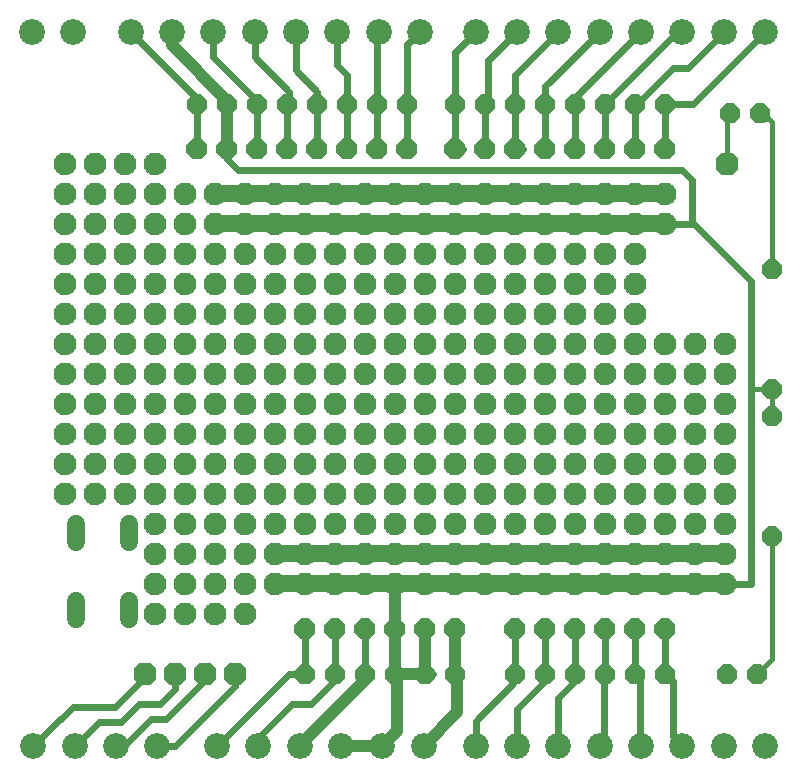
<source format=gbr>
G04 EAGLE Gerber RS-274X export*
G75*
%MOMM*%
%FSLAX34Y34*%
%LPD*%
%INTop Copper*%
%IPPOS*%
%AMOC8*
5,1,8,0,0,1.08239X$1,22.5*%
G01*
%ADD10P,1.814519X8X22.500000*%
%ADD11P,1.924489X8X112.500000*%
%ADD12P,1.924489X8X292.500000*%
%ADD13C,2.184400*%
%ADD14C,1.524000*%
%ADD15P,1.814519X8X112.500000*%
%ADD16P,1.814519X8X292.500000*%
%ADD17P,2.089446X8X22.500000*%
%ADD18C,0.609600*%
%ADD19C,1.930400*%
%ADD20C,1.016000*%
%ADD21C,0.406400*%

G36*
X640098Y399291D02*
X640098Y399291D01*
X640116Y399289D01*
X640298Y399310D01*
X640481Y399329D01*
X640498Y399334D01*
X640515Y399336D01*
X640690Y399393D01*
X640866Y399447D01*
X640881Y399455D01*
X640898Y399461D01*
X641058Y399551D01*
X641220Y399639D01*
X641233Y399650D01*
X641249Y399659D01*
X641388Y399779D01*
X641529Y399896D01*
X641540Y399910D01*
X641554Y399922D01*
X641666Y400067D01*
X641781Y400210D01*
X641789Y400226D01*
X641800Y400240D01*
X641882Y400405D01*
X641967Y400567D01*
X641972Y400584D01*
X641980Y400601D01*
X642027Y400779D01*
X642078Y400954D01*
X642080Y400972D01*
X642084Y400989D01*
X642111Y401320D01*
X642111Y411480D01*
X642110Y411496D01*
X642111Y411512D01*
X642111Y411513D01*
X642111Y411516D01*
X642090Y411698D01*
X642071Y411881D01*
X642066Y411898D01*
X642064Y411915D01*
X642007Y412090D01*
X641953Y412266D01*
X641945Y412281D01*
X641939Y412298D01*
X641849Y412458D01*
X641761Y412620D01*
X641750Y412633D01*
X641741Y412649D01*
X641621Y412788D01*
X641504Y412929D01*
X641490Y412940D01*
X641478Y412954D01*
X641333Y413066D01*
X641190Y413181D01*
X641174Y413189D01*
X641160Y413200D01*
X640995Y413282D01*
X640833Y413367D01*
X640816Y413372D01*
X640800Y413380D01*
X640621Y413427D01*
X640446Y413478D01*
X640428Y413480D01*
X640411Y413484D01*
X640080Y413511D01*
X254000Y413511D01*
X253982Y413509D01*
X253964Y413511D01*
X253782Y413490D01*
X253599Y413471D01*
X253582Y413466D01*
X253565Y413464D01*
X253390Y413407D01*
X253214Y413353D01*
X253199Y413345D01*
X253182Y413339D01*
X253022Y413249D01*
X252860Y413161D01*
X252847Y413150D01*
X252831Y413141D01*
X252692Y413021D01*
X252551Y412904D01*
X252540Y412890D01*
X252527Y412878D01*
X252414Y412733D01*
X252299Y412590D01*
X252291Y412574D01*
X252280Y412560D01*
X252198Y412395D01*
X252113Y412233D01*
X252108Y412216D01*
X252100Y412200D01*
X252053Y412021D01*
X252002Y411846D01*
X252000Y411828D01*
X251996Y411811D01*
X251969Y411480D01*
X251969Y401320D01*
X251971Y401302D01*
X251969Y401284D01*
X251990Y401102D01*
X252009Y400919D01*
X252014Y400902D01*
X252016Y400885D01*
X252073Y400710D01*
X252127Y400534D01*
X252135Y400519D01*
X252141Y400502D01*
X252231Y400342D01*
X252319Y400180D01*
X252330Y400167D01*
X252339Y400151D01*
X252459Y400012D01*
X252576Y399871D01*
X252590Y399860D01*
X252602Y399847D01*
X252747Y399734D01*
X252890Y399619D01*
X252906Y399611D01*
X252920Y399600D01*
X253085Y399518D01*
X253247Y399433D01*
X253264Y399428D01*
X253281Y399420D01*
X253459Y399373D01*
X253634Y399322D01*
X253652Y399320D01*
X253669Y399316D01*
X254000Y399289D01*
X640080Y399289D01*
X640098Y399291D01*
G37*
G36*
X690898Y94491D02*
X690898Y94491D01*
X690916Y94489D01*
X691098Y94510D01*
X691281Y94529D01*
X691298Y94534D01*
X691315Y94536D01*
X691490Y94593D01*
X691666Y94647D01*
X691681Y94655D01*
X691698Y94661D01*
X691858Y94751D01*
X692020Y94839D01*
X692033Y94850D01*
X692049Y94859D01*
X692188Y94979D01*
X692329Y95096D01*
X692340Y95110D01*
X692354Y95122D01*
X692466Y95267D01*
X692581Y95410D01*
X692589Y95426D01*
X692600Y95440D01*
X692682Y95605D01*
X692767Y95767D01*
X692772Y95784D01*
X692780Y95801D01*
X692827Y95979D01*
X692878Y96154D01*
X692880Y96172D01*
X692884Y96189D01*
X692911Y96520D01*
X692911Y106680D01*
X692910Y106696D01*
X692911Y106712D01*
X692911Y106713D01*
X692911Y106716D01*
X692890Y106898D01*
X692871Y107081D01*
X692866Y107098D01*
X692864Y107115D01*
X692807Y107290D01*
X692753Y107466D01*
X692745Y107481D01*
X692739Y107498D01*
X692649Y107658D01*
X692561Y107820D01*
X692550Y107833D01*
X692541Y107849D01*
X692421Y107988D01*
X692304Y108129D01*
X692290Y108140D01*
X692278Y108154D01*
X692133Y108266D01*
X691990Y108381D01*
X691974Y108389D01*
X691960Y108400D01*
X691795Y108482D01*
X691633Y108567D01*
X691616Y108572D01*
X691600Y108580D01*
X691421Y108627D01*
X691246Y108678D01*
X691228Y108680D01*
X691211Y108684D01*
X690880Y108711D01*
X304800Y108711D01*
X304782Y108709D01*
X304764Y108711D01*
X304582Y108690D01*
X304399Y108671D01*
X304382Y108666D01*
X304365Y108664D01*
X304190Y108607D01*
X304014Y108553D01*
X303999Y108545D01*
X303982Y108539D01*
X303822Y108449D01*
X303660Y108361D01*
X303647Y108350D01*
X303631Y108341D01*
X303492Y108221D01*
X303351Y108104D01*
X303340Y108090D01*
X303327Y108078D01*
X303214Y107933D01*
X303099Y107790D01*
X303091Y107774D01*
X303080Y107760D01*
X302998Y107595D01*
X302913Y107433D01*
X302908Y107416D01*
X302900Y107400D01*
X302853Y107221D01*
X302802Y107046D01*
X302800Y107028D01*
X302796Y107011D01*
X302769Y106680D01*
X302769Y96520D01*
X302771Y96502D01*
X302769Y96484D01*
X302790Y96302D01*
X302809Y96119D01*
X302814Y96102D01*
X302816Y96085D01*
X302873Y95910D01*
X302927Y95734D01*
X302935Y95719D01*
X302941Y95702D01*
X303031Y95542D01*
X303119Y95380D01*
X303130Y95367D01*
X303139Y95351D01*
X303259Y95212D01*
X303376Y95071D01*
X303390Y95060D01*
X303402Y95047D01*
X303547Y94934D01*
X303690Y94819D01*
X303706Y94811D01*
X303720Y94800D01*
X303885Y94718D01*
X304047Y94633D01*
X304064Y94628D01*
X304081Y94620D01*
X304259Y94573D01*
X304434Y94522D01*
X304452Y94520D01*
X304469Y94516D01*
X304800Y94489D01*
X690880Y94489D01*
X690898Y94491D01*
G37*
G36*
X635018Y424691D02*
X635018Y424691D01*
X635036Y424689D01*
X635218Y424710D01*
X635401Y424729D01*
X635418Y424734D01*
X635435Y424736D01*
X635610Y424793D01*
X635786Y424847D01*
X635801Y424855D01*
X635818Y424861D01*
X635978Y424951D01*
X636140Y425039D01*
X636153Y425050D01*
X636169Y425059D01*
X636308Y425179D01*
X636449Y425296D01*
X636460Y425310D01*
X636474Y425322D01*
X636586Y425467D01*
X636701Y425610D01*
X636709Y425626D01*
X636720Y425640D01*
X636802Y425805D01*
X636887Y425967D01*
X636892Y425984D01*
X636900Y426001D01*
X636947Y426179D01*
X636998Y426354D01*
X637000Y426372D01*
X637004Y426389D01*
X637031Y426720D01*
X637031Y436880D01*
X637030Y436896D01*
X637031Y436912D01*
X637031Y436913D01*
X637031Y436916D01*
X637010Y437098D01*
X636991Y437281D01*
X636986Y437298D01*
X636984Y437315D01*
X636927Y437490D01*
X636873Y437666D01*
X636865Y437681D01*
X636859Y437698D01*
X636769Y437858D01*
X636681Y438020D01*
X636670Y438033D01*
X636661Y438049D01*
X636541Y438188D01*
X636424Y438329D01*
X636410Y438340D01*
X636398Y438354D01*
X636253Y438466D01*
X636110Y438581D01*
X636094Y438589D01*
X636080Y438600D01*
X635915Y438682D01*
X635753Y438767D01*
X635736Y438772D01*
X635720Y438780D01*
X635541Y438827D01*
X635366Y438878D01*
X635348Y438880D01*
X635331Y438884D01*
X635000Y438911D01*
X251460Y438911D01*
X251442Y438909D01*
X251424Y438911D01*
X251242Y438890D01*
X251059Y438871D01*
X251042Y438866D01*
X251025Y438864D01*
X250850Y438807D01*
X250674Y438753D01*
X250659Y438745D01*
X250642Y438739D01*
X250482Y438649D01*
X250320Y438561D01*
X250307Y438550D01*
X250291Y438541D01*
X250152Y438421D01*
X250011Y438304D01*
X250000Y438290D01*
X249987Y438278D01*
X249874Y438133D01*
X249759Y437990D01*
X249751Y437974D01*
X249740Y437960D01*
X249658Y437795D01*
X249573Y437633D01*
X249568Y437616D01*
X249560Y437600D01*
X249513Y437421D01*
X249462Y437246D01*
X249460Y437228D01*
X249456Y437211D01*
X249429Y436880D01*
X249429Y426720D01*
X249431Y426702D01*
X249429Y426684D01*
X249450Y426502D01*
X249469Y426319D01*
X249474Y426302D01*
X249476Y426285D01*
X249533Y426110D01*
X249587Y425934D01*
X249595Y425919D01*
X249601Y425902D01*
X249691Y425742D01*
X249779Y425580D01*
X249790Y425567D01*
X249799Y425551D01*
X249919Y425412D01*
X250036Y425271D01*
X250050Y425260D01*
X250062Y425247D01*
X250207Y425134D01*
X250350Y425019D01*
X250366Y425011D01*
X250380Y425000D01*
X250545Y424918D01*
X250707Y424833D01*
X250724Y424828D01*
X250741Y424820D01*
X250919Y424773D01*
X251094Y424722D01*
X251112Y424720D01*
X251129Y424716D01*
X251460Y424689D01*
X635000Y424689D01*
X635018Y424691D01*
G37*
G36*
X685818Y119891D02*
X685818Y119891D01*
X685836Y119889D01*
X686018Y119910D01*
X686201Y119929D01*
X686218Y119934D01*
X686235Y119936D01*
X686410Y119993D01*
X686586Y120047D01*
X686601Y120055D01*
X686618Y120061D01*
X686778Y120151D01*
X686940Y120239D01*
X686953Y120250D01*
X686969Y120259D01*
X687108Y120379D01*
X687249Y120496D01*
X687260Y120510D01*
X687274Y120522D01*
X687386Y120667D01*
X687501Y120810D01*
X687509Y120826D01*
X687520Y120840D01*
X687602Y121005D01*
X687687Y121167D01*
X687692Y121184D01*
X687700Y121201D01*
X687747Y121379D01*
X687798Y121554D01*
X687800Y121572D01*
X687804Y121589D01*
X687831Y121920D01*
X687831Y132080D01*
X687830Y132096D01*
X687831Y132112D01*
X687831Y132113D01*
X687831Y132116D01*
X687810Y132298D01*
X687791Y132481D01*
X687786Y132498D01*
X687784Y132515D01*
X687727Y132690D01*
X687673Y132866D01*
X687665Y132881D01*
X687659Y132898D01*
X687569Y133058D01*
X687481Y133220D01*
X687470Y133233D01*
X687461Y133249D01*
X687341Y133388D01*
X687224Y133529D01*
X687210Y133540D01*
X687198Y133554D01*
X687053Y133666D01*
X686910Y133781D01*
X686894Y133789D01*
X686880Y133800D01*
X686715Y133882D01*
X686553Y133967D01*
X686536Y133972D01*
X686520Y133980D01*
X686341Y134027D01*
X686166Y134078D01*
X686148Y134080D01*
X686131Y134084D01*
X685800Y134111D01*
X302260Y134111D01*
X302242Y134109D01*
X302224Y134111D01*
X302042Y134090D01*
X301859Y134071D01*
X301842Y134066D01*
X301825Y134064D01*
X301650Y134007D01*
X301474Y133953D01*
X301459Y133945D01*
X301442Y133939D01*
X301282Y133849D01*
X301120Y133761D01*
X301107Y133750D01*
X301091Y133741D01*
X300952Y133621D01*
X300811Y133504D01*
X300800Y133490D01*
X300787Y133478D01*
X300674Y133333D01*
X300559Y133190D01*
X300551Y133174D01*
X300540Y133160D01*
X300458Y132995D01*
X300373Y132833D01*
X300368Y132816D01*
X300360Y132800D01*
X300313Y132621D01*
X300262Y132446D01*
X300260Y132428D01*
X300256Y132411D01*
X300229Y132080D01*
X300229Y121920D01*
X300231Y121902D01*
X300229Y121884D01*
X300250Y121702D01*
X300269Y121519D01*
X300274Y121502D01*
X300276Y121485D01*
X300333Y121310D01*
X300387Y121134D01*
X300395Y121119D01*
X300401Y121102D01*
X300491Y120942D01*
X300579Y120780D01*
X300590Y120767D01*
X300599Y120751D01*
X300719Y120612D01*
X300836Y120471D01*
X300850Y120460D01*
X300862Y120447D01*
X301007Y120334D01*
X301150Y120219D01*
X301166Y120211D01*
X301180Y120200D01*
X301345Y120118D01*
X301507Y120033D01*
X301524Y120028D01*
X301541Y120020D01*
X301719Y119973D01*
X301894Y119922D01*
X301912Y119920D01*
X301929Y119916D01*
X302260Y119889D01*
X685800Y119889D01*
X685818Y119891D01*
G37*
D10*
X533400Y508000D03*
X508000Y25400D03*
X558800Y508000D03*
X584200Y508000D03*
X609600Y508000D03*
X635000Y508000D03*
X508000Y508000D03*
X482600Y508000D03*
X457200Y508000D03*
X416560Y508000D03*
X391160Y508000D03*
X365760Y508000D03*
X340360Y508000D03*
X314960Y508000D03*
X289560Y508000D03*
X264160Y508000D03*
X238760Y508000D03*
X533400Y25400D03*
X558800Y25400D03*
X584200Y25400D03*
X609600Y25400D03*
X635000Y25400D03*
X457200Y25400D03*
X431800Y25400D03*
X406400Y25400D03*
X381000Y25400D03*
X355600Y25400D03*
X330200Y25400D03*
D11*
X457200Y469900D03*
X482600Y469900D03*
X508000Y469900D03*
X533400Y469900D03*
X558800Y469900D03*
X584200Y469900D03*
X609600Y469900D03*
X635000Y469900D03*
X238760Y469900D03*
X264160Y469900D03*
X289560Y469900D03*
X314960Y469900D03*
X340360Y469900D03*
X365760Y469900D03*
X391160Y469900D03*
X416560Y469900D03*
D12*
X457200Y63500D03*
X431800Y63500D03*
X406400Y63500D03*
X381000Y63500D03*
X355600Y63500D03*
X330200Y63500D03*
X635000Y63500D03*
X609600Y63500D03*
X584200Y63500D03*
X558800Y63500D03*
X533400Y63500D03*
X508000Y63500D03*
D13*
X395400Y-35560D03*
X360400Y-35560D03*
X325400Y-35560D03*
X290400Y-35560D03*
X255400Y-35560D03*
X430400Y-35560D03*
X614400Y-35560D03*
X579400Y-35560D03*
X544400Y-35560D03*
X509400Y-35560D03*
X474400Y-35560D03*
X649400Y-35560D03*
X684400Y-35560D03*
X719400Y-35560D03*
X204900Y-35560D03*
X169900Y-35560D03*
X134900Y-35560D03*
X99900Y-35560D03*
X98840Y568960D03*
X133840Y568960D03*
X579400Y568960D03*
X614400Y568960D03*
X649400Y568960D03*
X684400Y568960D03*
X719400Y568960D03*
X544400Y568960D03*
X509400Y568960D03*
X474400Y568960D03*
X287300Y568960D03*
X322300Y568960D03*
X357300Y568960D03*
X392300Y568960D03*
X427300Y568960D03*
X252300Y568960D03*
X217300Y568960D03*
X182300Y568960D03*
D14*
X136144Y86868D02*
X136144Y71628D01*
X181356Y71628D02*
X181356Y86868D01*
X136144Y136652D02*
X136144Y151892D01*
X181356Y151892D02*
X181356Y136652D01*
D10*
X689610Y500380D03*
X715010Y500380D03*
D15*
X725170Y266700D03*
X725170Y368300D03*
D16*
X725170Y243840D03*
X725170Y142240D03*
D10*
X687070Y25400D03*
X712470Y25400D03*
D17*
X687070Y457200D03*
X270510Y25400D03*
X245110Y25400D03*
X219710Y25400D03*
X194310Y25400D03*
D18*
X457200Y469900D02*
X457200Y508000D01*
X457200Y469900D02*
X463550Y469900D01*
X457200Y551760D02*
X474400Y568960D01*
X457200Y551760D02*
X457200Y508000D01*
X482600Y508000D02*
X485140Y510540D01*
X485140Y544700D02*
X509400Y568960D01*
X485140Y544700D02*
X485140Y510540D01*
X482600Y508000D02*
X482600Y469900D01*
X508000Y469900D02*
X508000Y508000D01*
X508000Y469900D02*
X514350Y469900D01*
X508000Y532560D02*
X544400Y568960D01*
X508000Y532560D02*
X508000Y508000D01*
X533400Y508000D02*
X533400Y469900D01*
X533400Y522960D02*
X579400Y568960D01*
X533400Y522960D02*
X533400Y508000D01*
X558800Y508000D02*
X558800Y469900D01*
X558800Y513360D02*
X614400Y568960D01*
X558800Y513360D02*
X558800Y508000D01*
X588010Y507570D02*
X588010Y505460D01*
X584200Y508000D02*
X584200Y469900D01*
X582930Y506730D02*
X584200Y508000D01*
X645160Y568960D02*
X649400Y568960D01*
X645160Y568960D02*
X584200Y508000D01*
X582930Y508000D01*
X583360Y507570D02*
X588010Y507570D01*
X583360Y507570D02*
X582930Y508000D01*
X653920Y538480D02*
X684400Y568960D01*
X653920Y538480D02*
X641350Y538480D01*
X609600Y508000D02*
X609600Y469900D01*
X610870Y508000D02*
X641350Y538480D01*
X610870Y508000D02*
X609600Y508000D01*
X610870Y508000D02*
X613410Y505460D01*
X658440Y508000D02*
X719400Y568960D01*
X658440Y508000D02*
X635000Y508000D01*
X635000Y469900D01*
X242570Y508000D02*
X238760Y508000D01*
X182300Y568270D02*
X182300Y568960D01*
X182300Y568270D02*
X242570Y508000D01*
X238760Y508000D02*
X238760Y469900D01*
X289560Y469900D02*
X289560Y508000D01*
X289560Y510540D01*
X252300Y547800D02*
X252300Y568960D01*
X252300Y547800D02*
X289560Y510540D01*
X287300Y547090D02*
X287300Y568960D01*
X287300Y547090D02*
X316230Y518160D01*
X316230Y508000D02*
X314960Y508000D01*
X316230Y508000D02*
X316230Y518160D01*
X314960Y508000D02*
X314960Y469900D01*
X340360Y469900D02*
X340360Y508000D01*
X322300Y536220D02*
X322300Y568960D01*
X322300Y536220D02*
X340360Y518160D01*
X340360Y508000D01*
X357300Y540590D02*
X357300Y568960D01*
X365760Y508000D02*
X365760Y469900D01*
X365760Y532130D02*
X357300Y540590D01*
X365760Y532130D02*
X365760Y508000D01*
X391160Y508000D02*
X391160Y469900D01*
X391160Y567820D02*
X392300Y568960D01*
X391160Y567820D02*
X391160Y508000D01*
X416560Y508000D02*
X416560Y469900D01*
X416560Y558220D02*
X427300Y568960D01*
X416560Y558220D02*
X416560Y508000D01*
X635000Y25400D02*
X641350Y19050D01*
X641350Y-27510D02*
X649400Y-35560D01*
X641350Y-27510D02*
X641350Y19050D01*
X635000Y25400D02*
X635000Y63500D01*
X609600Y25400D02*
X613410Y21590D01*
X614400Y-35560D02*
X613410Y-36550D01*
X613410Y21590D01*
X609600Y25400D02*
X609600Y63500D01*
X584200Y25400D02*
X582930Y24130D01*
X582930Y-32030D02*
X579400Y-35560D01*
X582930Y-32030D02*
X582930Y24130D01*
X584200Y25400D02*
X584200Y63500D01*
X558800Y25400D02*
X558800Y19050D01*
X544400Y4650D02*
X544400Y-35560D01*
X544400Y4650D02*
X558800Y19050D01*
X558800Y25400D02*
X558800Y63500D01*
X533400Y25400D02*
X533400Y19050D01*
X509400Y-4950D02*
X509400Y-35560D01*
X509400Y-4950D02*
X533400Y19050D01*
X533400Y25400D02*
X533400Y63500D01*
X474400Y-14550D02*
X474400Y-35560D01*
X508000Y25400D02*
X508000Y63500D01*
X508000Y19050D02*
X474400Y-14550D01*
X508000Y19050D02*
X508000Y25400D01*
X330200Y25400D02*
X330200Y63500D01*
X316360Y25400D02*
X255400Y-35560D01*
X316360Y25400D02*
X330200Y25400D01*
D19*
X228600Y406400D03*
X254000Y381000D03*
X228600Y381000D03*
X279400Y381000D03*
X304800Y381000D03*
X330200Y381000D03*
X355600Y381000D03*
X381000Y381000D03*
X406400Y381000D03*
X431800Y381000D03*
X457200Y381000D03*
X482600Y381000D03*
X508000Y381000D03*
X558800Y381000D03*
X533400Y381000D03*
X584200Y381000D03*
X609600Y381000D03*
X635000Y304800D03*
X635000Y279400D03*
X635000Y254000D03*
X635000Y228600D03*
X635000Y203200D03*
X635000Y177800D03*
X635000Y152400D03*
X609600Y152400D03*
X609600Y177800D03*
X609600Y203200D03*
X609600Y228600D03*
X609600Y254000D03*
X609600Y279400D03*
X609600Y304800D03*
X609600Y330200D03*
X609600Y355600D03*
X584200Y355600D03*
X584200Y330200D03*
X584200Y304800D03*
X584200Y254000D03*
X584200Y279400D03*
X584200Y228600D03*
X584200Y203200D03*
X584200Y177800D03*
X584200Y152400D03*
X533400Y152400D03*
X558800Y152400D03*
X558800Y177800D03*
X533400Y177800D03*
X533400Y203200D03*
X558800Y203200D03*
X558800Y228600D03*
X533400Y228600D03*
X533400Y254000D03*
X558800Y254000D03*
X558800Y279400D03*
X533400Y279400D03*
X533400Y304800D03*
X558800Y304800D03*
X558800Y330200D03*
X533400Y330200D03*
X533400Y355600D03*
X558800Y355600D03*
X508000Y355600D03*
X508000Y304800D03*
X508000Y330200D03*
X508000Y279400D03*
X508000Y254000D03*
X508000Y228600D03*
X508000Y203200D03*
X508000Y177800D03*
X508000Y152400D03*
X482600Y330200D03*
X482600Y355600D03*
X482600Y304800D03*
X482600Y279400D03*
X482600Y254000D03*
X482600Y228600D03*
X482600Y203200D03*
X482600Y177800D03*
X482600Y152400D03*
X457200Y152400D03*
X457200Y177800D03*
X457200Y203200D03*
X457200Y228600D03*
X457200Y254000D03*
X457200Y279400D03*
X457200Y304800D03*
X457200Y330200D03*
X457200Y355600D03*
X431800Y355600D03*
X431800Y330200D03*
X431800Y304800D03*
X431800Y279400D03*
X431800Y254000D03*
X431800Y228600D03*
X431800Y203200D03*
X431800Y177800D03*
X431800Y152400D03*
X381000Y152400D03*
X406400Y152400D03*
X406400Y177800D03*
X381000Y177800D03*
X381000Y203200D03*
X406400Y203200D03*
X406400Y228600D03*
X381000Y254000D03*
X381000Y279400D03*
X406400Y304800D03*
X381000Y304800D03*
X381000Y330200D03*
X406400Y355600D03*
X381000Y355600D03*
X406400Y330200D03*
X406400Y279400D03*
X381000Y228600D03*
X406400Y254000D03*
X355600Y152400D03*
X355600Y177800D03*
X355600Y355600D03*
X355600Y330200D03*
X355600Y304800D03*
X355600Y279400D03*
X355600Y254000D03*
X355600Y203200D03*
X355600Y228600D03*
X330200Y228600D03*
X330200Y355600D03*
X330200Y304800D03*
X330200Y330200D03*
X330200Y279400D03*
X330200Y254000D03*
X330200Y203200D03*
X330200Y177800D03*
X330200Y152400D03*
X304800Y152400D03*
X304800Y177800D03*
X304800Y203200D03*
X304800Y228600D03*
X304800Y279400D03*
X304800Y304800D03*
X304800Y330200D03*
X304800Y355600D03*
X304800Y254000D03*
X279400Y330200D03*
X279400Y355600D03*
X279400Y304800D03*
X279400Y279400D03*
X279400Y254000D03*
X279400Y228600D03*
X279400Y203200D03*
X279400Y177800D03*
X279400Y152400D03*
X279400Y127000D03*
X254000Y127000D03*
X254000Y152400D03*
X254000Y177800D03*
X254000Y203200D03*
X254000Y254000D03*
X254000Y279400D03*
X254000Y304800D03*
X254000Y330200D03*
X254000Y355600D03*
X254000Y228600D03*
X228600Y254000D03*
X228600Y304800D03*
X228600Y330200D03*
X228600Y355600D03*
X228600Y279400D03*
X228600Y228600D03*
X228600Y177800D03*
X228600Y203200D03*
X228600Y152400D03*
X228600Y127000D03*
X203200Y431800D03*
X203200Y381000D03*
X203200Y406400D03*
X203200Y355600D03*
X203200Y304800D03*
X203200Y279400D03*
X203200Y254000D03*
X203200Y330200D03*
X203200Y228600D03*
X203200Y203200D03*
X203200Y177800D03*
X203200Y152400D03*
X203200Y127000D03*
X177800Y177800D03*
X177800Y203200D03*
X177800Y228600D03*
X177800Y254000D03*
X177800Y279400D03*
X177800Y304800D03*
X177800Y330200D03*
X177800Y355600D03*
X177800Y381000D03*
X177800Y406400D03*
X177800Y431800D03*
X127000Y431800D03*
X152400Y431800D03*
X127000Y406400D03*
X152400Y406400D03*
X127000Y381000D03*
X152400Y381000D03*
X152400Y355600D03*
X127000Y355600D03*
X127000Y304800D03*
X127000Y330200D03*
X152400Y330200D03*
X152400Y304800D03*
X152400Y279400D03*
X152400Y254000D03*
X152400Y228600D03*
X152400Y203200D03*
X152400Y177800D03*
X203200Y76200D03*
X203200Y101600D03*
X228600Y101600D03*
X228600Y76200D03*
X254000Y76200D03*
X254000Y101600D03*
X127000Y279400D03*
X127000Y254000D03*
X127000Y228600D03*
X127000Y203200D03*
X127000Y177800D03*
X685800Y304800D03*
X685800Y254000D03*
X660400Y304800D03*
X660400Y279400D03*
X660400Y254000D03*
X660400Y203200D03*
X660400Y228600D03*
X660400Y177800D03*
X660400Y152400D03*
X685800Y152400D03*
X685800Y177800D03*
X685800Y203200D03*
X685800Y228600D03*
X685800Y279400D03*
X279400Y76200D03*
X279400Y101600D03*
D18*
X325400Y-35560D02*
X326390Y-35560D01*
X326390Y-34290D01*
X381000Y25400D02*
X381000Y63500D01*
D20*
X381000Y20320D02*
X326390Y-34290D01*
X381000Y20320D02*
X381000Y25400D01*
D19*
X635000Y431800D03*
X609600Y431800D03*
X584200Y431800D03*
X558800Y431800D03*
X533400Y431800D03*
X508000Y431800D03*
X482600Y431800D03*
X457200Y431800D03*
X431800Y431800D03*
X406400Y431800D03*
X381000Y431800D03*
X355600Y431800D03*
X330200Y431800D03*
X304800Y431800D03*
X279400Y431800D03*
X254000Y431800D03*
X685800Y127000D03*
X660400Y127000D03*
X635000Y127000D03*
X609600Y127000D03*
X584200Y127000D03*
X558800Y127000D03*
X533400Y127000D03*
X508000Y127000D03*
X482600Y127000D03*
X457200Y127000D03*
X431800Y127000D03*
X406400Y127000D03*
X381000Y127000D03*
X355600Y127000D03*
X330200Y127000D03*
X304800Y127000D03*
X228600Y431800D03*
D18*
X273050Y452120D02*
X648970Y452120D01*
X407670Y25400D02*
X406400Y25400D01*
D20*
X407670Y-23290D02*
X395400Y-35560D01*
X407670Y-23290D02*
X407670Y25400D01*
X395400Y-35560D02*
X360400Y-35560D01*
D21*
X725170Y243840D02*
X725170Y266700D01*
D18*
X434340Y101600D02*
X431800Y101600D01*
X685800Y101600D02*
X707390Y101600D01*
X707390Y266700D02*
X707390Y358140D01*
X707390Y266700D02*
X707390Y101600D01*
D21*
X707390Y266700D02*
X725170Y266700D01*
D18*
X438150Y25400D02*
X431800Y25400D01*
D20*
X407670Y25400D01*
D18*
X217300Y568960D02*
X217170Y568960D01*
X394970Y-38100D02*
X395400Y-38100D01*
X395400Y-35560D01*
X395400Y-38100D02*
X397510Y-38100D01*
X273050Y452120D02*
X264160Y461010D01*
X264160Y469900D01*
D20*
X406400Y63500D02*
X406400Y25400D01*
X431800Y25400D02*
X431800Y63500D01*
X406400Y63500D02*
X406400Y101600D01*
X264160Y508000D02*
X264160Y510540D01*
X217300Y557400D02*
X217300Y568960D01*
X217300Y557400D02*
X264160Y510540D01*
X264160Y508000D02*
X264160Y469900D01*
D18*
X635000Y406400D02*
X657860Y406400D01*
X657860Y443230D02*
X648970Y452120D01*
X657860Y443230D02*
X657860Y406400D01*
X659130Y406400D02*
X707390Y358140D01*
X659130Y406400D02*
X657860Y406400D01*
D19*
X254000Y406400D03*
X279400Y406400D03*
X304800Y406400D03*
X330200Y406400D03*
X355600Y406400D03*
X381000Y406400D03*
X406400Y406400D03*
X431800Y406400D03*
X457200Y406400D03*
X482600Y406400D03*
X508000Y406400D03*
X533400Y406400D03*
X558800Y406400D03*
X584200Y406400D03*
X609600Y406400D03*
X635000Y406400D03*
X304800Y101600D03*
X330200Y101600D03*
X355600Y101600D03*
X381000Y101600D03*
X406400Y101600D03*
X431800Y101600D03*
X457200Y101600D03*
X482600Y101600D03*
X508000Y101600D03*
X533400Y101600D03*
X558800Y101600D03*
X584200Y101600D03*
X609600Y101600D03*
X635000Y101600D03*
X660400Y101600D03*
X685800Y101600D03*
D21*
X720090Y495300D02*
X715010Y500380D01*
X725170Y492760D02*
X725170Y368300D01*
X725170Y492760D02*
X722630Y495300D01*
X720090Y495300D01*
X725170Y38100D02*
X712470Y25400D01*
X725170Y38100D02*
X725170Y142240D01*
X687070Y497840D02*
X689610Y500380D01*
X687070Y497840D02*
X687070Y457200D01*
D19*
X203200Y457200D03*
X177800Y457200D03*
X152400Y457200D03*
X127000Y457200D03*
D18*
X318770Y0D02*
X335280Y0D01*
X290830Y-35990D02*
X290830Y-38100D01*
X290830Y-35990D02*
X290400Y-35560D01*
X290830Y-27940D02*
X318770Y0D01*
X290830Y-27940D02*
X290830Y-35990D01*
X355600Y25400D02*
X355600Y63500D01*
X355600Y20320D02*
X335280Y0D01*
X355600Y20320D02*
X355600Y25400D01*
X219710Y-35560D02*
X204900Y-35560D01*
X219710Y-35560D02*
X270510Y15240D01*
X270510Y25400D01*
X273050Y27940D01*
X176530Y-35560D02*
X169900Y-35560D01*
X176530Y-35560D02*
X199390Y-12700D01*
X245110Y20320D02*
X245110Y25400D01*
X212090Y-12700D02*
X199390Y-12700D01*
X212090Y-12700D02*
X245110Y20320D01*
X155220Y-15240D02*
X134900Y-35560D01*
X155220Y-15240D02*
X173990Y-15240D01*
X189230Y0D01*
X207010Y0D01*
X219710Y12700D01*
X219710Y25400D01*
X122760Y-12700D02*
X99900Y-35560D01*
X122760Y-12700D02*
X123190Y-12700D01*
X133350Y-2540D01*
X168910Y-2540D01*
X194310Y22860D01*
X194310Y25400D01*
D20*
X430400Y-35560D02*
X458470Y-7490D01*
X458470Y19050D01*
X457200Y25400D02*
X457200Y63500D01*
D21*
X457200Y20320D02*
X458470Y19050D01*
X457200Y20320D02*
X457200Y25400D01*
M02*

</source>
